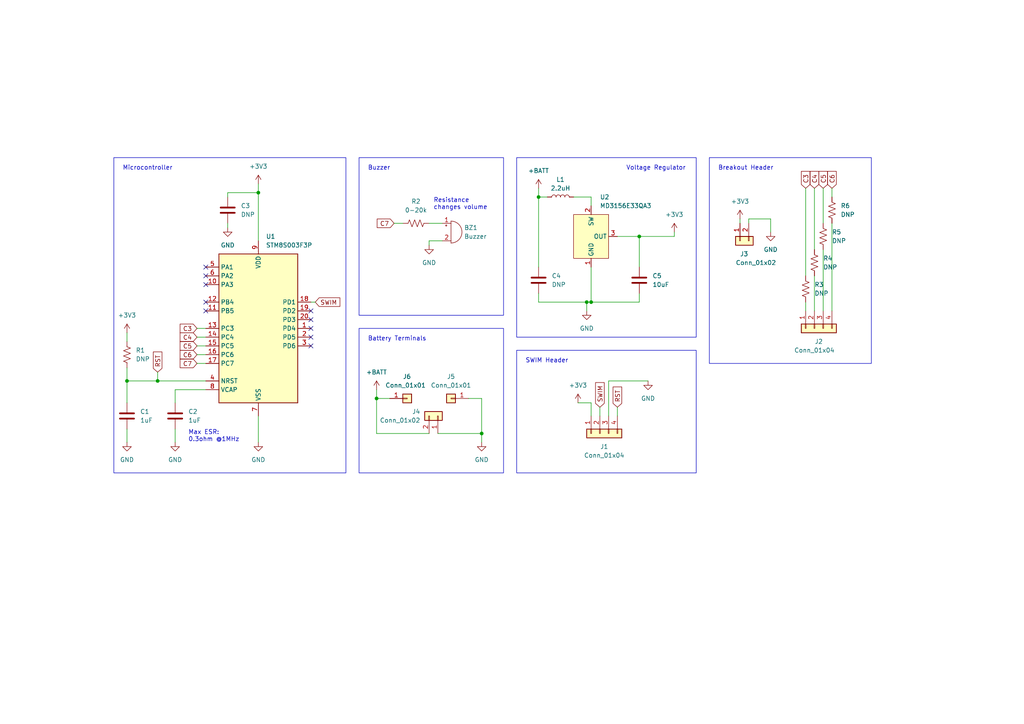
<source format=kicad_sch>
(kicad_sch (version 20230121) (generator eeschema)
  (paper "A4")
  (lib_symbols
    (symbol "Connector_Generic:Conn_01x01" (pin_names (offset 1.016) hide)
      (property "Reference" "J" (at 0 2.54 0))
      (property "Value" "Conn_01x01" (at 0 -2.54 0))
      (symbol "Conn_01x01_1_1"
        (rectangle (start -1.27 0.127) (end 0 -0.127) (stroke (width 0.1524)))
        (rectangle (start -1.27 1.27) (end 1.27 -1.27) (stroke (width 0.254)) (fill (type background)))
        (pin passive line (at -5.08 0 0) (length 3.81) (name "Pin_1") (number "1"))
      )
    )
    (symbol "Connector_Generic:Conn_01x02" (pin_names (offset 1.016) hide)
      (property "Reference" "J" (at 0 2.54 0))
      (property "Value" "Conn_01x02" (at 0 -5.08 0))
      (symbol "Conn_01x02_1_1"
        (rectangle (start -1.27 -2.413) (end 0 -2.667) (stroke (width 0.1524)))
        (rectangle (start -1.27 0.127) (end 0 -0.127) (stroke (width 0.1524)))
        (rectangle (start -1.27 1.27) (end 1.27 -3.81) (stroke (width 0.254)) (fill (type background)))
        (pin passive line (at -5.08 0 0) (length 3.81) (name "Pin_1") (number "1"))
        (pin passive line (at -5.08 -2.54 0) (length 3.81) (name "Pin_2") (number "2"))
      )
    )
    (symbol "Connector_Generic:Conn_01x04" (pin_names (offset 1.016) hide)
      (property "Reference" "J" (at 0 5.08 0))
      (property "Value" "Conn_01x04" (at 0 -7.62 0))
      (symbol "Conn_01x04_1_1"
        (rectangle (start -1.27 -4.953) (end 0 -5.207) (stroke (width 0.1524)))
        (rectangle (start -1.27 -2.413) (end 0 -2.667) (stroke (width 0.1524)))
        (rectangle (start -1.27 0.127) (end 0 -0.127) (stroke (width 0.1524)))
        (rectangle (start -1.27 2.667) (end 0 2.413) (stroke (width 0.1524)))
        (rectangle (start -1.27 3.81) (end 1.27 -6.35) (stroke (width 0.254)) (fill (type background)))
        (pin passive line (at -5.08 2.54 0) (length 3.81) (name "Pin_1") (number "1"))
        (pin passive line (at -5.08 0 0) (length 3.81) (name "Pin_2") (number "2"))
        (pin passive line (at -5.08 -2.54 0) (length 3.81) (name "Pin_3") (number "3"))
        (pin passive line (at -5.08 -5.08 0) (length 3.81) (name "Pin_4") (number "4"))
      )
    )
    (symbol "Custom_Library:MD3156E33QA3"
      (property "Reference" "U" (at 2.54 1.27 0))
      (property "Value" "MD3156E33QA3" (at 2.54 -1.27 0))
      (symbol "MD3156E33QA3_1_1"
        (rectangle (start -5.08 -2.54) (end 5.08 -15.24) (fill (type background)))
        (pin power_in line (at 0 -17.78 90) (length 2.54) (name "GND") (number "1"))
        (pin input line (at 0 0 270) (length 2.54) (name "SW") (number "2"))
        (pin power_out line (at 7.62 -8.89 180) (length 2.54) (name "OUT") (number "3"))
      )
    )
    (symbol "Device:Buzzer" (pin_names (offset 0.0254) hide)
      (property "Reference" "BZ" (at 3.81 1.27 0))
      (property "Value" "Buzzer" (at 3.81 -1.27 0))
      (symbol "Buzzer_0_1"
        (arc (start 0 -3.175) (mid 3.1612 0) (end 0 3.175))
        (polyline (pts (xy -1.651 1.905) (xy -1.143 1.905)))
        (polyline (pts (xy -1.397 2.159) (xy -1.397 1.651)))
        (polyline (pts (xy 0 3.175) (xy 0 -3.175)))
      )
      (symbol "Buzzer_1_1"
        (pin passive line (at -2.54 2.54 0) (length 2.54) (name "+") (number "1"))
        (pin passive line (at -2.54 -2.54 0) (length 2.54) (name "-") (number "2"))
      )
    )
    (symbol "Device:C" (pin_numbers hide) (pin_names (offset 0.254))
      (property "Reference" "C" (at 0.635 2.54 0))
      (property "Value" "C" (at 0.635 -2.54 0))
      (symbol "C_0_1"
        (polyline (pts (xy -2.032 -0.762) (xy 2.032 -0.762)) (stroke (width 0.508)))
        (polyline (pts (xy -2.032 0.762) (xy 2.032 0.762)) (stroke (width 0.508)))
      )
      (symbol "C_1_1"
        (pin passive line (at 0 3.81 270) (length 2.794) (name "~") (number "1"))
        (pin passive line (at 0 -3.81 90) (length 2.794) (name "~") (number "2"))
      )
    )
    (symbol "Device:L" (pin_numbers hide) (pin_names (offset 1.016) hide)
      (property "Reference" "L" (at -1.27 0 90))
      (property "Value" "L" (at 1.905 0 90))
      (symbol "L_0_1"
        (arc (start 0 -2.54) (mid 0.6323 -1.905) (end 0 -1.27))
        (arc (start 0 -1.27) (mid 0.6323 -0.635) (end 0 0))
        (arc (start 0 0) (mid 0.6323 0.635) (end 0 1.27))
        (arc (start 0 1.27) (mid 0.6323 1.905) (end 0 2.54))
      )
      (symbol "L_1_1"
        (pin passive line (at 0 3.81 270) (length 1.27) (name "1") (number "1"))
        (pin passive line (at 0 -3.81 90) (length 1.27) (name "2") (number "2"))
      )
    )
    (symbol "Device:R_US" (pin_numbers hide) (pin_names (offset 0))
      (property "Reference" "R" (at 2.54 0 90))
      (property "Value" "R_US" (at -2.54 0 90))
      (symbol "R_US_0_1"
        (polyline (pts (xy 0 -2.286) (xy 0 -2.54)))
        (polyline (pts (xy 0 2.286) (xy 0 2.54)))
        (polyline (pts (xy 0 -0.762) (xy 1.016 -1.143) (xy 0 -1.524) (xy -1.016 -1.905) (xy 0 -2.286)))
        (polyline (pts (xy 0 0.762) (xy 1.016 0.381) (xy 0 0) (xy -1.016 -0.381) (xy 0 -0.762)))
        (polyline (pts (xy 0 2.286) (xy 1.016 1.905) (xy 0 1.524) (xy -1.016 1.143) (xy 0 0.762)))
      )
      (symbol "R_US_1_1"
        (pin passive line (at 0 3.81 270) (length 1.27) (name "~") (number "1"))
        (pin passive line (at 0 -3.81 90) (length 1.27) (name "~") (number "2"))
      )
    )
    (symbol "MCU_ST_STM8:STM8S003F3P"
      (property "Reference" "U" (at 1.27 25.4 0))
      (property "Value" "STM8S003F3P" (at 1.27 22.86 0))
      (symbol "STM8S003F3P_0_1"
        (rectangle (start -11.43 21.59) (end 11.43 -21.59) (stroke (width 0.254)) (fill (type background)))
      )
      (symbol "STM8S003F3P_1_1"
        (pin bidirectional line (at 15.24 0 180) (length 3.81) (name "PD4") (number "1"))
        (pin bidirectional line (at -15.24 12.7 0) (length 3.81) (name "PA3") (number "10"))
        (pin bidirectional line (at -15.24 5.08 0) (length 3.81) (name "PB5") (number "11"))
        (pin bidirectional line (at -15.24 7.62 0) (length 3.81) (name "PB4") (number "12"))
        (pin bidirectional line (at -15.24 0 0) (length 3.81) (name "PC3") (number "13"))
        (pin bidirectional line (at -15.24 -2.54 0) (length 3.81) (name "PC4") (number "14"))
        (pin bidirectional line (at -15.24 -5.08 0) (length 3.81) (name "PC5") (number "15"))
        (pin bidirectional line (at -15.24 -7.62 0) (length 3.81) (name "PC6") (number "16"))
        (pin bidirectional line (at -15.24 -10.16 0) (length 3.81) (name "PC7") (number "17"))
        (pin bidirectional line (at 15.24 7.62 180) (length 3.81) (name "PD1") (number "18"))
        (pin bidirectional line (at 15.24 5.08 180) (length 3.81) (name "PD2") (number "19"))
        (pin bidirectional line (at 15.24 -2.54 180) (length 3.81) (name "PD5") (number "2"))
        (pin bidirectional line (at 15.24 2.54 180) (length 3.81) (name "PD3") (number "20"))
        (pin bidirectional line (at 15.24 -5.08 180) (length 3.81) (name "PD6") (number "3"))
        (pin input line (at -15.24 -15.24 0) (length 3.81) (name "NRST") (number "4"))
        (pin bidirectional line (at -15.24 17.78 0) (length 3.81) (name "PA1") (number "5"))
        (pin bidirectional line (at -15.24 15.24 0) (length 3.81) (name "PA2") (number "6"))
        (pin power_in line (at 0 -25.4 90) (length 3.81) (name "VSS") (number "7"))
        (pin passive line (at -15.24 -17.78 0) (length 3.81) (name "VCAP") (number "8"))
        (pin power_in line (at 0 25.4 270) (length 3.81) (name "VDD") (number "9"))
      )
    )
    (symbol "power:+3V3" (power) (pin_names (offset 0))
      (property "Value" "+3V3" (at 0 3.556 0))
      (symbol "+3V3_0_1"
        (polyline (pts (xy -0.762 1.27) (xy 0 2.54)))
        (polyline (pts (xy 0 0) (xy 0 2.54)))
        (polyline (pts (xy 0 2.54) (xy 0.762 1.27)))
      )
      (symbol "+3V3_1_1"
        (pin power_in line (at 0 0 90) (length 0) hide (name "+3V3") (number "1"))
      )
    )
    (symbol "power:+BATT" (power) (pin_names (offset 0))
      (property "Value" "+BATT" (at 0 3.556 0))
      (symbol "+BATT_0_1"
        (polyline (pts (xy -0.762 1.27) (xy 0 2.54)))
        (polyline (pts (xy 0 0) (xy 0 2.54)))
        (polyline (pts (xy 0 2.54) (xy 0.762 1.27)))
      )
      (symbol "+BATT_1_1"
        (pin power_in line (at 0 0 90) (length 0) hide (name "+BATT") (number "1"))
      )
    )
    (symbol "power:GND" (power) (pin_names (offset 0))
      (property "Value" "GND" (at 0 -3.81 0))
      (symbol "GND_0_1"
        (polyline (pts (xy 0 0) (xy 0 -1.27) (xy 1.27 -1.27) (xy 0 -2.54) (xy -1.27 -1.27) (xy 0 -1.27)))
      )
      (symbol "GND_1_1"
        (pin power_in line (at 0 0 270) (length 0) hide (name "GND") (number "1"))
      )
    )
  )
  (junction (at 185.42 68.58))
  (junction (at 45.72 110.49))
  (junction (at 36.83 110.49))
  (junction (at 171.45 87.63))
  (junction (at 170.18 87.63))
  (junction (at 74.93 55.88))
  (junction (at 156.21 57.15))
  (junction (at 109.22 115.57))
  (junction (at 139.7 125.73))
  (no_connect (at 59.69 77.47))
  (no_connect (at 90.17 92.71))
  (no_connect (at 59.69 82.55))
  (no_connect (at 59.69 80.01))
  (no_connect (at 90.17 97.79))
  (no_connect (at 90.17 90.17))
  (no_connect (at 90.17 95.25))
  (no_connect (at 90.17 100.33))
  (no_connect (at 59.69 87.63))
  (no_connect (at 59.69 90.17))
  (wire (pts (xy 45.72 110.49) (xy 36.83 110.49)))
  (wire (pts (xy 156.21 87.63) (xy 156.21 85.09)))
  (wire (pts (xy 74.93 55.88) (xy 74.93 69.85)))
  (wire (pts (xy 139.7 125.73) (xy 139.7 128.27)))
  (wire (pts (xy 36.83 124.46) (xy 36.83 128.27)))
  (wire (pts (xy 217.17 63.5) (xy 217.17 64.77)))
  (wire (pts (xy 135.89 115.57) (xy 139.7 115.57)))
  (wire (pts (xy 124.46 71.12) (xy 124.46 69.85)))
  (wire (pts (xy 45.72 107.95) (xy 45.72 110.49)))
  (wire (pts (xy 236.22 54.61) (xy 236.22 72.39)))
  (wire (pts (xy 156.21 77.47) (xy 156.21 57.15)))
  (wire (pts (xy 171.45 87.63) (xy 185.42 87.63)))
  (wire (pts (xy 57.15 95.25) (xy 59.69 95.25)))
  (wire (pts (xy 50.8 124.46) (xy 50.8 128.27)))
  (wire (pts (xy 74.93 53.34) (xy 74.93 55.88)))
  (wire (pts (xy 170.18 87.63) (xy 156.21 87.63)))
  (wire (pts (xy 113.03 115.57) (xy 109.22 115.57)))
  (wire (pts (xy 66.04 55.88) (xy 74.93 55.88)))
  (wire (pts (xy 187.96 110.49) (xy 176.53 110.49)))
  (wire (pts (xy 57.15 100.33) (xy 59.69 100.33)))
  (wire (pts (xy 90.17 87.63) (xy 91.44 87.63)))
  (wire (pts (xy 36.83 110.49) (xy 36.83 106.68)))
  (wire (pts (xy 156.21 57.15) (xy 158.75 57.15)))
  (wire (pts (xy 124.46 64.77) (xy 128.27 64.77)))
  (wire (pts (xy 233.68 87.63) (xy 233.68 90.17)))
  (wire (pts (xy 170.18 87.63) (xy 170.18 90.17)))
  (wire (pts (xy 238.76 54.61) (xy 238.76 64.77)))
  (wire (pts (xy 171.45 77.47) (xy 171.45 87.63)))
  (wire (pts (xy 238.76 72.39) (xy 238.76 90.17)))
  (wire (pts (xy 171.45 120.65) (xy 171.45 116.84)))
  (wire (pts (xy 170.18 87.63) (xy 171.45 87.63)))
  (wire (pts (xy 50.8 113.03) (xy 59.69 113.03)))
  (wire (pts (xy 109.22 115.57) (xy 109.22 113.03)))
  (wire (pts (xy 57.15 105.41) (xy 59.69 105.41)))
  (wire (pts (xy 36.83 110.49) (xy 36.83 116.84)))
  (wire (pts (xy 114.3 64.77) (xy 116.84 64.77)))
  (wire (pts (xy 36.83 96.52) (xy 36.83 99.06)))
  (wire (pts (xy 173.99 118.11) (xy 173.99 120.65)))
  (wire (pts (xy 57.15 97.79) (xy 59.69 97.79)))
  (wire (pts (xy 179.07 120.65) (xy 179.07 118.11)))
  (wire (pts (xy 185.42 85.09) (xy 185.42 87.63)))
  (wire (pts (xy 109.22 125.73) (xy 109.22 115.57)))
  (wire (pts (xy 176.53 110.49) (xy 176.53 120.65)))
  (wire (pts (xy 185.42 77.47) (xy 185.42 68.58)))
  (wire (pts (xy 74.93 128.27) (xy 74.93 120.65)))
  (wire (pts (xy 59.69 110.49) (xy 45.72 110.49)))
  (wire (pts (xy 241.3 54.61) (xy 241.3 57.15)))
  (wire (pts (xy 233.68 54.61) (xy 233.68 80.01)))
  (wire (pts (xy 156.21 54.61) (xy 156.21 57.15)))
  (wire (pts (xy 171.45 57.15) (xy 171.45 59.69)))
  (wire (pts (xy 66.04 57.15) (xy 66.04 55.88)))
  (wire (pts (xy 236.22 80.01) (xy 236.22 90.17)))
  (wire (pts (xy 109.22 125.73) (xy 124.46 125.73)))
  (wire (pts (xy 195.58 67.31) (xy 195.58 68.58)))
  (wire (pts (xy 217.17 63.5) (xy 223.52 63.5)))
  (wire (pts (xy 241.3 64.77) (xy 241.3 90.17)))
  (wire (pts (xy 50.8 116.84) (xy 50.8 113.03)))
  (wire (pts (xy 127 125.73) (xy 139.7 125.73)))
  (wire (pts (xy 66.04 64.77) (xy 66.04 66.04)))
  (wire (pts (xy 179.07 68.58) (xy 185.42 68.58)))
  (wire (pts (xy 139.7 115.57) (xy 139.7 125.73)))
  (wire (pts (xy 166.37 57.15) (xy 171.45 57.15)))
  (wire (pts (xy 214.63 63.5) (xy 214.63 64.77)))
  (wire (pts (xy 223.52 63.5) (xy 223.52 67.31)))
  (wire (pts (xy 57.15 102.87) (xy 59.69 102.87)))
  (wire (pts (xy 171.45 116.84) (xy 167.64 116.84)))
  (wire (pts (xy 124.46 69.85) (xy 128.27 69.85)))
  (wire (pts (xy 185.42 68.58) (xy 195.58 68.58)))
  (rectangle (start 104.14 45.72) (end 146.05 91.44))
  (rectangle (start 33.02 45.72) (end 100.33 137.16))
  (rectangle (start 149.86 45.72) (end 201.93 97.79))
  (rectangle (start 205.74 45.72) (end 252.73 105.41))
  (rectangle (start 149.86 101.6) (end 201.93 137.16))
  (rectangle (start 104.14 95.25) (end 146.05 137.16))
  (text "Resistance\nchanges volume" (at 125.73 60.96 0) (effects (font (size 1.27 1.27)) (justify left bottom)))
  (text "Buzzer" (at 106.68 49.53 0) (effects (font (size 1.27 1.27)) (justify left bottom)))
  (text "Breakout Header" (at 208.28 49.53 0) (effects (font (size 1.27 1.27)) (justify left bottom)))
  (text "Voltage Regulator" (at 181.61 49.53 0) (effects (font (size 1.27 1.27)) (justify left bottom)))
  (text "Battery Terminals" (at 106.68 99.06 0) (effects (font (size 1.27 1.27)) (justify left bottom)))
  (text "Max ESR:\n0.3ohm @1MHz" (at 54.61 128.27 0) (effects (font (size 1.27 1.27)) (justify left bottom)))
  (text "SWIM Header" (at 152.4 105.41 0) (effects (font (size 1.27 1.27)) (justify left bottom)))
  (text "Microcontroller" (at 35.56 49.53 0) (effects (font (size 1.27 1.27)) (justify left bottom)))
  (global_label "C5" (shape input) (at 57.15 100.33 180) (property "Intersheetrefs" "${INTERSHEET_REFS}" (effects hide)))
  (global_label "C4" (shape input) (at 236.22 54.61 90) (property "Intersheetrefs" "${INTERSHEET_REFS}" (effects hide)))
  (global_label "RST" (shape input) (at 45.72 107.95 90) (property "Intersheetrefs" "${INTERSHEET_REFS}" (effects hide)))
  (global_label "C7" (shape input) (at 57.15 105.41 180) (property "Intersheetrefs" "${INTERSHEET_REFS}" (effects hide)))
  (global_label "C6" (shape input) (at 57.15 102.87 180) (property "Intersheetrefs" "${INTERSHEET_REFS}" (effects hide)))
  (global_label "C5" (shape input) (at 238.76 54.61 90) (property "Intersheetrefs" "${INTERSHEET_REFS}" (effects hide)))
  (global_label "RST" (shape input) (at 179.07 118.11 90) (property "Intersheetrefs" "${INTERSHEET_REFS}" (effects hide)))
  (global_label "SWIM" (shape input) (at 173.99 118.11 90) (property "Intersheetrefs" "${INTERSHEET_REFS}" (effects hide)))
  (global_label "SWIM" (shape input) (at 91.44 87.63 0) (property "Intersheetrefs" "${INTERSHEET_REFS}" (effects hide)))
  (global_label "C6" (shape input) (at 241.3 54.61 90) (property "Intersheetrefs" "${INTERSHEET_REFS}" (effects hide)))
  (global_label "C4" (shape input) (at 57.15 97.79 180) (property "Intersheetrefs" "${INTERSHEET_REFS}" (effects hide)))
  (global_label "C3" (shape input) (at 57.15 95.25 180) (property "Intersheetrefs" "${INTERSHEET_REFS}" (effects hide)))
  (global_label "C3" (shape input) (at 233.68 54.61 90) (property "Intersheetrefs" "${INTERSHEET_REFS}" (effects hide)))
  (global_label "C7" (shape input) (at 114.3 64.77 180) (property "Intersheetrefs" "${INTERSHEET_REFS}" (effects hide)))
  (symbol (lib_id "power:+3V3") (at 36.83 96.52 0) (unit 1)
    (property "Reference" "#PWR01" (effects hide))
    (property "Value" "+3V3" (at 36.83 91.44 0))
  )
  (symbol (lib_id "Device:R_US") (at 236.22 76.2 0) (unit 1)
    (property "Reference" "R4" (at 238.76 74.93 0) (effects (justify left)))
    (property "Value" "DNP" (at 238.76 77.47 0) (effects (justify left)))
    (property "Footprint" "Resistor_SMD:R_0603_1608Metric" (effects hide))
  )
  (symbol (lib_id "Device:C") (at 66.04 60.96 0) (unit 1)
    (property "Reference" "C3" (at 69.85 59.69 0) (effects (justify left)))
    (property "Value" "DNP" (at 69.85 62.23 0) (effects (justify left)))
    (property "Footprint" "Capacitor_SMD:C_0603_1608Metric" (effects hide))
  )
  (symbol (lib_id "Device:R_US") (at 120.65 64.77 90) (unit 1)
    (property "Reference" "R2" (at 120.65 58.42 90))
    (property "Value" "0-20k" (at 120.65 60.96 90))
    (property "Footprint" "Resistor_SMD:R_0603_1608Metric" (effects hide))
  )
  (symbol (lib_id "Custom_Library:MD3156E33QA3") (at 171.45 59.69 0) (unit 1)
    (property "Reference" "U2" (at 173.99 57.15 0) (effects (justify left)))
    (property "Value" "MD3156E33QA3" (at 173.99 59.69 0) (effects (justify left)))
    (property "Footprint" "Package_TO_SOT_SMD:SOT-23-3" (effects hide))
    (property "Datasheet" "https://www.lcsc.com/datasheet/lcsc_datasheet_2410121606_Shanghai-Mingda-Microelectronics-MD3156E33QA3_C2978527.pdf" (effects hide))
  )
  (symbol (lib_id "power:+BATT") (at 109.22 113.03 0) (unit 1)
    (property "Reference" "#PWR07" (effects hide))
    (property "Value" "+BATT" (at 109.22 107.95 0))
  )
  (symbol (lib_id "Connector_Generic:Conn_01x02") (at 127 120.65 270) (mirror x) (unit 1)
    (property "Reference" "J4" (at 121.92 119.38 90) (effects (justify right)))
    (property "Value" "Conn_01x02" (at 121.92 121.92 90) (effects (justify right)))
    (property "Footprint" "Connector_PinHeader_2.54mm:PinHeader_1x02_P2.54mm_Vertical" (effects hide))
  )
  (symbol (lib_id "Connector_Generic:Conn_01x01") (at 130.81 115.57 180) (unit 1)
    (property "Reference" "J5" (at 130.81 109.22 0))
    (property "Value" "Conn_01x01" (at 130.81 111.76 0))
    (property "Footprint" "Custom:AA_Battery" (effects hide))
  )
  (symbol (lib_id "power:+3V3") (at 167.64 116.84 0) (unit 1)
    (property "Reference" "#PWR011" (effects hide))
    (property "Value" "+3V3" (at 167.64 111.76 0))
  )
  (symbol (lib_id "power:GND") (at 223.52 67.31 0) (unit 1)
    (property "Reference" "#PWR016" (effects hide))
    (property "Value" "GND" (at 223.52 72.39 0))
  )
  (symbol (lib_id "power:GND") (at 170.18 90.17 0) (unit 1)
    (property "Reference" "#PWR012" (effects hide))
    (property "Value" "GND" (at 170.18 95.25 0))
  )
  (symbol (lib_id "power:GND") (at 124.46 71.12 0) (unit 1)
    (property "Reference" "#PWR08" (effects hide))
    (property "Value" "GND" (at 124.46 76.2 0))
  )
  (symbol (lib_id "Connector_Generic:Conn_01x04") (at 236.22 95.25 90) (mirror x) (unit 1)
    (property "Reference" "J2" (at 237.49 99.06 90))
    (property "Value" "Conn_01x04" (at 236.22 101.6 90))
    (property "Footprint" "Connector_PinHeader_2.54mm:PinHeader_1x04_P2.54mm_Vertical" (effects hide))
  )
  (symbol (lib_id "Device:L") (at 162.56 57.15 90) (unit 1)
    (property "Reference" "L1" (at 162.56 52.07 90))
    (property "Value" "2.2uH" (at 162.56 54.61 90))
    (property "Footprint" "Inductor_SMD:L_0603_1608Metric" (effects hide))
  )
  (symbol (lib_id "power:GND") (at 187.96 110.49 0) (unit 1)
    (property "Reference" "#PWR013" (effects hide))
    (property "Value" "GND" (at 187.96 115.57 0))
  )
  (symbol (lib_id "Connector_Generic:Conn_01x04") (at 173.99 125.73 90) (mirror x) (unit 1)
    (property "Reference" "J1" (at 175.26 129.54 90))
    (property "Value" "Conn_01x04" (at 175.26 132.08 90))
    (property "Footprint" "Connector_PinHeader_2.54mm:PinHeader_1x04_P2.54mm_Vertical" (effects hide))
  )
  (symbol (lib_id "Device:R_US") (at 241.3 60.96 0) (unit 1)
    (property "Reference" "R6" (at 243.84 59.69 0) (effects (justify left)))
    (property "Value" "DNP" (at 243.84 62.23 0) (effects (justify left)))
    (property "Footprint" "Resistor_SMD:R_0603_1608Metric" (effects hide))
  )
  (symbol (lib_id "power:GND") (at 50.8 128.27 0) (unit 1)
    (property "Reference" "#PWR03" (effects hide))
    (property "Value" "GND" (at 50.8 133.35 0))
  )
  (symbol (lib_id "Device:R_US") (at 233.68 83.82 0) (unit 1)
    (property "Reference" "R3" (at 236.22 82.55 0) (effects (justify left)))
    (property "Value" "DNP" (at 236.22 85.09 0) (effects (justify left)))
    (property "Footprint" "Resistor_SMD:R_0603_1608Metric" (effects hide))
  )
  (symbol (lib_id "Device:C") (at 36.83 120.65 0) (unit 1)
    (property "Reference" "C1" (at 40.64 119.38 0) (effects (justify left)))
    (property "Value" "1uF" (at 40.64 121.92 0) (effects (justify left)))
    (property "Footprint" "Capacitor_SMD:C_0603_1608Metric" (effects hide))
  )
  (symbol (lib_id "power:GND") (at 36.83 128.27 0) (unit 1)
    (property "Reference" "#PWR02" (effects hide))
    (property "Value" "GND" (at 36.83 133.35 0))
  )
  (symbol (lib_id "power:GND") (at 66.04 66.04 0) (unit 1)
    (property "Reference" "#PWR04" (effects hide))
    (property "Value" "GND" (at 66.04 71.12 0))
  )
  (symbol (lib_id "Device:C") (at 156.21 81.28 0) (unit 1)
    (property "Reference" "C4" (at 160.02 80.01 0) (effects (justify left)))
    (property "Value" "DNP" (at 160.02 82.55 0) (effects (justify left)))
    (property "Footprint" "Capacitor_SMD:C_0603_1608Metric" (effects hide))
  )
  (symbol (lib_id "Device:R_US") (at 238.76 68.58 0) (unit 1)
    (property "Reference" "R5" (at 241.3 67.31 0) (effects (justify left)))
    (property "Value" "DNP" (at 241.3 69.85 0) (effects (justify left)))
    (property "Footprint" "Resistor_SMD:R_0603_1608Metric" (effects hide))
  )
  (symbol (lib_id "power:+BATT") (at 156.21 54.61 0) (unit 1)
    (property "Reference" "#PWR010" (effects hide))
    (property "Value" "+BATT" (at 156.21 49.53 0))
  )
  (symbol (lib_id "power:+3V3") (at 195.58 67.31 0) (unit 1)
    (property "Reference" "#PWR014" (effects hide))
    (property "Value" "+3V3" (at 195.58 62.23 0))
  )
  (symbol (lib_id "Connector_Generic:Conn_01x02") (at 214.63 69.85 90) (mirror x) (unit 1)
    (property "Reference" "J3" (at 214.63 73.66 90) (effects (justify right)))
    (property "Value" "Conn_01x02" (at 213.36 76.2 90) (effects (justify right)))
    (property "Footprint" "Connector_PinHeader_2.54mm:PinHeader_1x02_P2.54mm_Vertical" (effects hide))
  )
  (symbol (lib_id "power:GND") (at 74.93 128.27 0) (unit 1)
    (property "Reference" "#PWR06" (effects hide))
    (property "Value" "GND" (at 74.93 133.35 0))
  )
  (symbol (lib_id "power:GND") (at 139.7 128.27 0) (unit 1)
    (property "Reference" "#PWR09" (effects hide))
    (property "Value" "GND" (at 139.7 133.35 0))
  )
  (symbol (lib_id "Device:R_US") (at 36.83 102.87 0) (unit 1)
    (property "Reference" "R1" (at 39.37 101.6 0) (effects (justify left)))
    (property "Value" "DNP" (at 39.37 104.14 0) (effects (justify left)))
    (property "Footprint" "Resistor_SMD:R_0603_1608Metric" (effects hide))
  )
  (symbol (lib_id "Device:Buzzer") (at 130.81 67.31 0) (unit 1)
    (property "Reference" "BZ1" (at 134.62 66.04 0) (effects (justify left)))
    (property "Value" "Buzzer" (at 134.62 68.58 0) (effects (justify left)))
    (property "Footprint" "Buzzer_Beeper:MagneticBuzzer_ProSignal_ABT-410-RC" (effects hide))
  )
  (symbol (lib_id "MCU_ST_STM8:STM8S003F3P") (at 74.93 95.25 0) (unit 1)
    (property "Reference" "U1" (at 77.1241 68.58 0) (effects (justify left)))
    (property "Value" "STM8S003F3P" (at 77.1241 71.12 0) (effects (justify left)))
    (property "Footprint" "Package_SO:TSSOP-20_4.4x6.5mm_P0.65mm" (effects hide))
    (property "Datasheet" "http://www.st.com/st-web-ui/static/active/en/resource/technical/document/datasheet/DM00024550.pdf" (effects hide))
  )
  (symbol (lib_id "power:+3V3") (at 74.93 53.34 0) (unit 1)
    (property "Reference" "#PWR05" (effects hide))
    (property "Value" "+3V3" (at 74.93 48.26 0))
  )
  (symbol (lib_id "power:+3V3") (at 214.63 63.5 0) (unit 1)
    (property "Reference" "#PWR015" (effects hide))
    (property "Value" "+3V3" (at 214.63 58.42 0))
  )
  (symbol (lib_id "Device:C") (at 50.8 120.65 0) (unit 1)
    (property "Reference" "C2" (at 54.61 119.38 0) (effects (justify left)))
    (property "Value" "1uF" (at 54.61 121.92 0) (effects (justify left)))
    (property "Footprint" "Capacitor_SMD:C_0603_1608Metric" (effects hide))
  )
  (symbol (lib_id "Connector_Generic:Conn_01x01") (at 118.11 115.57 0) (unit 1)
    (property "Reference" "J6" (at 116.84 109.22 0) (effects (justify left)))
    (property "Value" "Conn_01x01" (at 111.76 111.76 0) (effects (justify left)))
    (property "Footprint" "Custom:AA_Battery" (effects hide))
  )
  (symbol (lib_id "Device:C") (at 185.42 81.28 0) (unit 1)
    (property "Reference" "C5" (at 189.23 80.01 0) (effects (justify left)))
    (property "Value" "10uF" (at 189.23 82.55 0) (effects (justify left)))
    (property "Footprint" "Capacitor_SMD:C_0603_1608Metric" (effects hide))
  )
)
</source>
